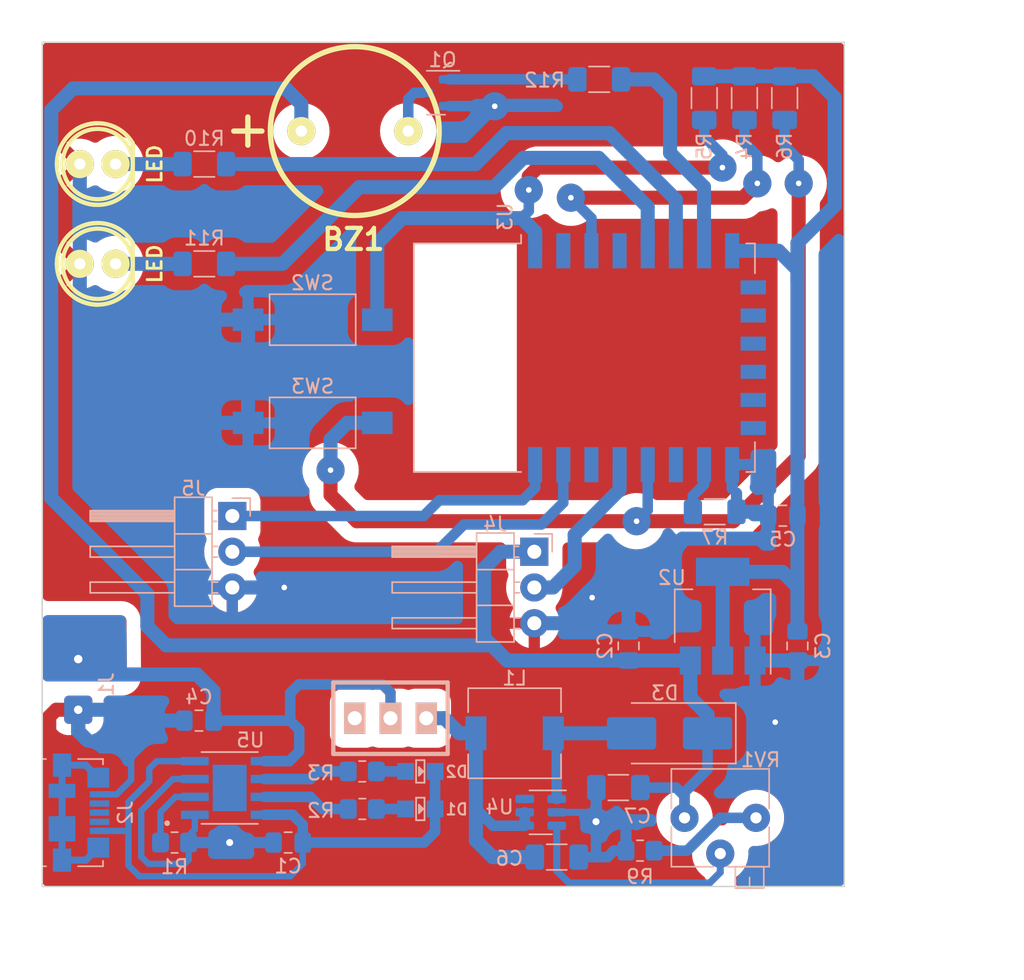
<source format=kicad_pcb>
(kicad_pcb (version 20221018) (generator pcbnew)
  (layers (0 "F.Cu" signal) (31 "B.Cu" signal) (34 "B.Paste" user) (35 "F.Paste" user) (36 "B.SilkS" user "B.Silkscreen") (37 "F.SilkS" user "F.Silkscreen") (38 "B.Mask" user) (39 "F.Mask" user) (44 "Edge.Cuts" user))
  (net 0 "")
  (net 1 "+5V")
  (net 2 "Net-(BZ1-+)")
  (net 3 "GND")
  (net 4 "Net-(D1-A)")
  (net 5 "+3.3V")
  (net 6 "/VB")
  (net 7 "Net-(D1-K)")
  (net 8 "Net-(D2-K)")
  (net 9 "Net-(D3-A2)")
  (net 10 "Net-(SW1-A)")
  (net 11 "Net-(D4-A)")
  (net 12 "Net-(D5-A)")
  (net 13 "/LED_STATUS")
  (net 17 "unconnected-(J2-Shield-Pad6)")
  (net 18 "/Rx")
  (net 19 "/Tx")
  (net 20 "Net-(Q1-G)")
  (net 21 "Net-(U5-PROG)")
  (net 22 "Net-(U5-~{CHRG})")
  (net 23 "Net-(U5-~{STDBY})")
  (net 24 "Net-(U3-EN)")
  (net 25 "Net-(U3-~{RST})")
  (net 26 "Net-(U3-GPIO0)")
  (net 27 "Net-(U3-GPIO15)")
  (net 28 "/BUZZER")
  (net 29 "Net-(R9-Pad1)")
  (net 30 "Net-(U4-FB)")
  (net 40 "/PIR")
  (net 43 "/LED_WIFI")
  (net 44 "/EP")
  (footprint "EESTN5-v2:led_5mm_green" (layer "F.Cu") (at 124.26131 86.18 90)
    (fp_text reference "D5" hide)
    (fp_text value "LED" (at 0 4.05869 90) (layer "F.SilkS") (effects (font (thickness 0.2))))
    (pad "1" thru_hole circle (at 0 -1.27 90) (size 2 2) (drill 0.8001) (layers "*.Cu" "*.Mask" "F.SilkS") (net 3 "GND"))
    (pad "2" thru_hole circle (at 0 1.27 90) (size 2 2) (drill 0.8001) (layers "*.Cu" "*.Mask" "F.SilkS") (net 12 "Net-(D5-A)"))
  )
  (footprint "EESTN5-v2:Buzzer_12mm" (layer "F.Cu") (at 142.5325 76.745 180)
    (fp_text reference "BZ1" (at 0.1 -7.7) (layer "F.SilkS") (effects (font (size 1.5 1.5) (thickness 0.3))))
    (fp_text value "Buzzer" hide)
    (pad "1" thru_hole circle (at 3.8 0 180) (size 2 2) (drill 0.8) (layers "*.Cu" "*.Mask" "F.SilkS") (net 1 "+5V"))
    (pad "2" thru_hole circle (at -3.8 0 180) (size 2 2) (drill 0.8) (layers "*.Cu" "*.Mask" "F.SilkS") (net 2 "Net-(BZ1-+)"))
  )
  (footprint "EESTN5-v2:led_5mm_red" (layer "F.Cu") (at 124.26131 79.09 90)
    (fp_text reference "D4" hide)
    (fp_text value "LED" (at 0 4.05869 90) (layer "F.SilkS") (effects (font (thickness 0.2))))
    (pad "1" thru_hole circle (at 0 -1.27 90) (size 2 2) (drill 0.8001) (layers "*.Cu" "*.Mask" "F.SilkS") (net 3 "GND"))
    (pad "2" thru_hole circle (at 0 1.27 90) (size 2 2) (drill 0.8001) (layers "*.Cu" "*.Mask" "F.SilkS") (net 11 "Net-(D4-A)"))
  )
  (footprint "Resistor_SMD:R_0805_2012Metric_Pad1.20x1.40mm_HandSolder" (layer "B.Cu") (at 143.069471 124.92)
    (fp_text reference "R2" (at -2.949471 0.11) (layer "B.SilkS") (effects (justify mirror)))
    (fp_text value "1K")
    (pad "1" smd roundrect (at -1 0) (size 1.2 1.4) (layers "B.Cu" "B.Paste" "B.Mask") (roundrect_rratio 0.2083333333) (net 22 "Net-(U5-~{CHRG})"))
    (pad "2" smd roundrect (at 1 0) (size 1.2 1.4) (layers "B.Cu" "B.Paste" "B.Mask") (roundrect_rratio 0.2083333333) (net 7 "Net-(D1-K)"))
  )
  (footprint "Diode_SMD:D_SMB_Handsoldering" (layer "B.Cu") (at 164.9025 119.54 180)
    (fp_text reference "D3" (at 0.3325 2.86) (layer "B.SilkS") (effects (justify mirror)))
    (fp_text value "SS34")
    (pad "1" smd roundrect (at -2.7 0 180) (size 3.5 2.3) (layers "B.Cu" "B.Paste" "B.Mask") (roundrect_rratio 0.1086956522) (net 1 "+5V"))
    (pad "2" smd roundrect (at 2.7 0 180) (size 3.5 2.3) (layers "B.Cu" "B.Paste" "B.Mask") (roundrect_rratio 0.1086956522) (net 9 "Net-(D3-A2)"))
  )
  (footprint "Package_TO_SOT_SMD:SOT-23" (layer "B.Cu") (at 148.3 74.02 180)
    (fp_text reference "Q1" (at -0.47 2.34) (layer "B.SilkS") (effects (justify mirror)))
    (fp_text value "2N7002")
    (pad "1" smd roundrect (at -0.9375 0.95 180) (size 1.475 0.6) (layers "B.Cu" "B.Paste" "B.Mask") (net 20 "Net-(Q1-G)"))
    (pad "2" smd roundrect (at -0.9375 -0.95 180) (size 1.475 0.6) (layers "B.Cu" "B.Paste" "B.Mask") (net 3 "GND"))
    (pad "3" smd roundrect (at 0.9375 0 180) (size 1.475 0.6) (layers "B.Cu" "B.Paste" "B.Mask") (net 2 "Net-(BZ1-+)"))
  )
  (footprint "Button_Switch_SMD:SW_SPST_FSMSM" (layer "B.Cu") (at 139.54 97.48 180)
    (fp_text reference "SW3" (at 0 2.6) (layer "B.SilkS") (effects (justify mirror)))
    (fp_text value "SW_Push")
    (pad "1" smd rect (at -4.59 0 180) (size 2.18 1.6) (layers "B.Cu" "B.Paste" "B.Mask") (net 26 "Net-(U3-GPIO0)"))
    (pad "2" smd rect (at 4.59 0 180) (size 2.18 1.6) (layers "B.Cu" "B.Paste" "B.Mask") (net 3 "GND"))
  )
  (footprint "Capacitor_SMD:C_0805_2012Metric_Pad1.18x1.45mm_HandSolder" (layer "B.Cu") (at 137.796971 127.306568)
    (fp_text reference "C1" (at 0 1.68) (layer "B.SilkS") (effects (justify mirror)))
    (fp_text value "10uF")
    (pad "1" smd roundrect (at -1.0375 0) (size 1.175 1.45) (layers "B.Cu" "B.Paste" "B.Mask") (roundrect_rratio 0.2127659574) (net 3 "GND"))
    (pad "2" smd roundrect (at 1.0375 0) (size 1.175 1.45) (layers "B.Cu" "B.Paste" "B.Mask") (roundrect_rratio 0.2127659574) (net 4 "Net-(D1-A)"))
  )
  (footprint "Resistor_SMD:R_1206_3216Metric_Pad1.30x1.75mm_HandSolder" (layer "B.Cu") (at 167.37 74.4 -90)
    (fp_text reference "R5" (at 3.43 0.005 90) (layer "B.SilkS") (effects (justify mirror)))
    (fp_text value "10K")
    (pad "1" smd roundrect (at -1.55 0 270) (size 1.3 1.75) (layers "B.Cu" "B.Paste" "B.Mask") (roundrect_rratio 0.1923076923) (net 5 "+3.3V"))
    (pad "2" smd roundrect (at 1.55 0 270) (size 1.3 1.75) (layers "B.Cu" "B.Paste" "B.Mask") (roundrect_rratio 0.1923076923) (net 25 "Net-(U3-~{RST})"))
  )
  (footprint "Resistor_SMD:R_1206_3216Metric_Pad1.30x1.75mm_HandSolder" (layer "B.Cu") (at 168.11 103.8)
    (fp_text reference "R7" (at 0 1.82) (layer "B.SilkS") (effects (justify mirror)))
    (fp_text value "10K")
    (pad "1" smd roundrect (at -1.55 0) (size 1.3 1.75) (layers "B.Cu" "B.Paste" "B.Mask") (roundrect_rratio 0.1923076923) (net 27 "Net-(U3-GPIO15)"))
    (pad "2" smd roundrect (at 1.55 0) (size 1.3 1.75) (layers "B.Cu" "B.Paste" "B.Mask") (roundrect_rratio 0.1923076923) (net 3 "GND"))
  )
  (footprint "Resistor_SMD:R_0805_2012Metric_Pad1.20x1.40mm_HandSolder" (layer "B.Cu") (at 143.064471 122.251568)
    (fp_text reference "R3" (at -2.949471 0.11) (layer "B.SilkS") (effects (justify mirror)))
    (fp_text value "1K")
    (pad "1" smd roundrect (at -1 0) (size 1.2 1.4) (layers "B.Cu" "B.Paste" "B.Mask") (roundrect_rratio 0.2083333333) (net 23 "Net-(U5-~{STDBY})"))
    (pad "2" smd roundrect (at 1 0) (size 1.2 1.4) (layers "B.Cu" "B.Paste" "B.Mask") (roundrect_rratio 0.2083333333) (net 8 "Net-(D2-K)"))
  )
  (footprint "Package_TO_SOT_SMD:SOT-23-6" (layer "B.Cu") (at 155.7475 125.16 180)
    (fp_text reference "U4" (at 2.9275 0.38) (layer "B.SilkS") (effects (justify mirror)))
    (fp_text value "MT3608")
    (pad "1" smd roundrect (at -1.1375 0.95 180) (size 1.325 0.6) (layers "B.Cu" "B.Paste" "B.Mask") (net 9 "Net-(D3-A2)"))
    (pad "2" smd roundrect (at -1.1375 0 180) (size 1.325 0.6) (layers "B.Cu" "B.Paste" "B.Mask") (net 3 "GND"))
    (pad "3" smd roundrect (at -1.1375 -0.95 180) (size 1.325 0.6) (layers "B.Cu" "B.Paste" "B.Mask") (net 30 "Net-(U4-FB)"))
    (pad "4" smd roundrect (at 1.1375 -0.95 180) (size 1.325 0.6) (layers "B.Cu" "B.Paste" "B.Mask") (net 10 "Net-(SW1-A)"))
    (pad "5" smd roundrect (at 1.1375 0 180) (size 1.325 0.6) (layers "B.Cu" "B.Paste" "B.Mask") (net 10 "Net-(SW1-A)"))
    (pad "6" smd roundrect (at 1.1375 0.95 180) (size 1.325 0.6) (layers "B.Cu" "B.Paste" "B.Mask"))
  )
  (footprint "Capacitor_SMD:C_0805_2012Metric_Pad1.18x1.45mm_HandSolder" (layer "B.Cu") (at 173.99 113.3325 -90)
    (fp_text reference "C3" (at -0.0125 -1.81 90) (layer "B.SilkS") (effects (justify mirror)))
    (fp_text value "1uF")
    (pad "1" smd roundrect (at -1.0375 0 270) (size 1.175 1.45) (layers "B.Cu" "B.Paste" "B.Mask") (roundrect_rratio 0.2127659574) (net 5 "+3.3V"))
    (pad "2" smd roundrect (at 1.0375 0 270) (size 1.175 1.45) (layers "B.Cu" "B.Paste" "B.Mask") (roundrect_rratio 0.2127659574) (net 3 "GND"))
  )
  (footprint "RF_Module:ESP-12E" (layer "B.Cu") (at 158.85 92.85 -90)
    (fp_text reference "U3" (at -10.02 5.63 90) (layer "B.SilkS") (effects (justify mirror)))
    (fp_text value "ESP-12F")
    (pad "1" smd rect (at -7.6 3.5 270) (size 2.5 1) (layers "B.Cu" "B.Paste" "B.Mask") (net 25 "Net-(U3-~{RST})"))
    (pad "2" smd rect (at -7.6 1.5 270) (size 2.5 1) (layers "B.Cu" "B.Paste" "B.Mask"))
    (pad "3" smd rect (at -7.6 -0.5 270) (size 2.5 1) (layers "B.Cu" "B.Paste" "B.Mask") (net 24 "Net-(U3-EN)"))
    (pad "4" smd rect (at -7.6 -2.5 270) (size 2.5 1) (layers "B.Cu" "B.Paste" "B.Mask"))
    (pad "5" smd rect (at -7.6 -4.5 270) (size 2.5 1) (layers "B.Cu" "B.Paste" "B.Mask") (net 43 "/LED_WIFI"))
    (pad "6" smd rect (at -7.6 -6.5 270) (size 2.5 1) (layers "B.Cu" "B.Paste" "B.Mask") (net 13 "/LED_STATUS"))
    (pad "7" smd rect (at -7.6 -8.5 270) (size 2.5 1) (layers "B.Cu" "B.Paste" "B.Mask") (net 28 "/BUZZER"))
    (pad "8" smd rect (at -7.6 -10.5 270) (size 2.5 1) (layers "B.Cu" "B.Paste" "B.Mask") (net 5 "+3.3V"))
    (pad "9" smd rect (at -5 -12 270) (size 1 1.8) (layers "B.Cu" "B.Paste" "B.Mask"))
    (pad "10" smd rect (at -3 -12 270) (size 1 1.8) (layers "B.Cu" "B.Paste" "B.Mask"))
    (pad "11" smd rect (at -1 -12 270) (size 1 1.8) (layers "B.Cu" "B.Paste" "B.Mask"))
    (pad "12" smd rect (at 1 -12 270) (size 1 1.8) (layers "B.Cu" "B.Paste" "B.Mask"))
    (pad "13" smd rect (at 3 -12 270) (size 1 1.8) (layers "B.Cu" "B.Paste" "B.Mask"))
    (pad "14" smd rect (at 5 -12 270) (size 1 1.8) (layers "B.Cu" "B.Paste" "B.Mask"))
    (pad "15" smd rect (at 7.6 -10.5 270) (size 2.5 1) (layers "B.Cu" "B.Paste" "B.Mask") (net 3 "GND"))
    (pad "16" smd rect (at 7.6 -8.5 270) (size 2.5 1) (layers "B.Cu" "B.Paste" "B.Mask") (net 27 "Net-(U3-GPIO15)"))
    (pad "17" smd rect (at 7.6 -6.5 270) (size 2.5 1) (layers "B.Cu" "B.Paste" "B.Mask"))
    (pad "18" smd rect (at 7.6 -4.5 270) (size 2.5 1) (layers "B.Cu" "B.Paste" "B.Mask") (net 26 "Net-(U3-GPIO0)"))
    (pad "19" smd rect (at 7.6 -2.5 270) (size 2.5 1) (layers "B.Cu" "B.Paste" "B.Mask") (net 40 "/PIR"))
    (pad "20" smd rect (at 7.6 -0.5 270) (size 2.5 1) (layers "B.Cu" "B.Paste" "B.Mask"))
    (pad "21" smd rect (at 7.6 1.5 270) (size 2.5 1) (layers "B.Cu" "B.Paste" "B.Mask") (net 18 "/Rx"))
    (pad "22" smd rect (at 7.6 3.5 270) (size 2.5 1) (layers "B.Cu" "B.Paste" "B.Mask") (net 19 "/Tx"))
    (zone (net 0) (net_name "") (layers "*.Cu") (connect_pads (clearance 0)) (min_thickness 0.254)
      (keepout (tracks not_allowed) (vias not_allowed) (pads not_allowed) (copperpour not_allowed) (footprints not_allowed))
      (fill (thermal_gap 0.508) (thermal_bridge_width 0.508))
      (polygon (pts (xy 154.05 84.73) (xy 154.05 100.97) (xy 146.73 100.97) (xy 146.73 84.73)))
    )
  )
  (footprint "Resistor_SMD:R_0805_2012Metric_Pad1.20x1.40mm_HandSolder" (layer "B.Cu") (at 162.805 127.8825 180)
    (fp_text reference "R9" (at 0 -1.8475) (layer "B.SilkS") (effects (justify mirror)))
    (fp_text value "2,2K")
    (pad "1" smd roundrect (at -1 0 180) (size 1.2 1.4) (layers "B.Cu" "B.Paste" "B.Mask") (roundrect_rratio 0.2083333333) (net 29 "Net-(R9-Pad1)"))
    (pad "2" smd roundrect (at 1 0 180) (size 1.2 1.4) (layers "B.Cu" "B.Paste" "B.Mask") (roundrect_rratio 0.2083333333) (net 3 "GND"))
  )
  (footprint "Resistor_SMD:R_1206_3216Metric_Pad1.30x1.75mm_HandSolder" (layer "B.Cu") (at 170.225 74.4 -90)
    (fp_text reference "R4" (at 3.43 0.005 90) (layer "B.SilkS") (effects (justify mirror)))
    (fp_text value "10K")
    (pad "1" smd roundrect (at -1.55 0 270) (size 1.3 1.75) (layers "B.Cu" "B.Paste" "B.Mask") (roundrect_rratio 0.1923076923) (net 5 "+3.3V"))
    (pad "2" smd roundrect (at 1.55 0 270) (size 1.3 1.75) (layers "B.Cu" "B.Paste" "B.Mask") (roundrect_rratio 0.1923076923) (net 24 "Net-(U3-EN)"))
  )
  (footprint "Resistor_SMD:R_0805_2012Metric_Pad1.20x1.40mm_HandSolder" (layer "B.Cu") (at 129.724697 127.306568 180)
    (fp_text reference "R1" (at 0 -1.723432) (layer "B.SilkS") (effects (justify mirror)))
    (fp_text value "1K2")
    (pad "1" smd roundrect (at -1 0 180) (size 1.2 1.4) (layers "B.Cu" "B.Paste" "B.Mask") (roundrect_rratio 0.2083333333) (net 3 "GND"))
    (pad "2" smd roundrect (at 1 0 180) (size 1.2 1.4) (layers "B.Cu" "B.Paste" "B.Mask") (roundrect_rratio 0.2083333333) (net 21 "Net-(U5-PROG)"))
  )
  (footprint "Potentiometer_THT:Potentiometer_Bourns_3266P_Horizontal" (layer "B.Cu") (at 171.045 125.55 90)
    (fp_text reference "RV1" (at 4.12 0.325 180) (layer "B.SilkS") (effects (justify mirror)))
    (fp_text value "100K")
    (pad "1" thru_hole circle (at 0 0 90) (size 2 2) (drill 0.8) (layers "*.Cu" "*.Mask") (net 29 "Net-(R9-Pad1)"))
    (pad "2" thru_hole circle (at -2.54 -2.54 90) (size 2 2) (drill 0.8) (layers "*.Cu" "*.Mask") (net 30 "Net-(U4-FB)"))
    (pad "3" thru_hole circle (at 0 -5.08 90) (size 2 2) (drill 0.8) (layers "*.Cu" "*.Mask") (net 1 "+5V"))
  )
  (footprint "Button_Switch_SMD:SW_SPST_FSMSM" (layer "B.Cu") (at 139.54 90.15)
    (fp_text reference "SW2" (at -0.02 -2.62) (layer "B.SilkS") (effects (justify mirror)))
    (fp_text value "SW_Push")
    (pad "1" smd rect (at -4.59 0) (size 2.18 1.6) (layers "B.Cu" "B.Paste" "B.Mask") (net 3 "GND"))
    (pad "2" smd rect (at 4.59 0) (size 2.18 1.6) (layers "B.Cu" "B.Paste" "B.Mask") (net 25 "Net-(U3-~{RST})"))
  )
  (footprint "Resistor_SMD:R_1206_3216Metric_Pad1.30x1.75mm_HandSolder" (layer "B.Cu") (at 131.84 86.18 180)
    (fp_text reference "R11" (at 0 1.82) (layer "B.SilkS") (effects (justify mirror)))
    (fp_text value "220")
    (pad "1" smd roundrect (at -1.55 0 180) (size 1.3 1.75) (layers "B.Cu" "B.Paste" "B.Mask") (roundrect_rratio 0.1923076923) (net 43 "/LED_WIFI"))
    (pad "2" smd roundrect (at 1.55 0 180) (size 1.3 1.75) (layers "B.Cu" "B.Paste" "B.Mask") (roundrect_rratio 0.1923076923) (net 12 "Net-(D5-A)"))
  )
  (footprint "EESTN5-v2:SW_SPDT_TH_100Mils_VERTICAL" (layer "B.Cu") (at 145.07 118.47 180)
    (fp_text reference "SW1" hide)
    (fp_text value "SW_SPDT" hide)
    (pad "1" thru_hole rect (at -2.54 0 180) (size 1.524 2.19964) (drill 1.00076) (layers "*.Cu" "*.Mask" "B.SilkS") (net 10 "Net-(SW1-A)"))
    (pad "2" thru_hole rect (at 0 0 180) (size 1.524 2.19964) (drill 1.00076) (layers "*.Cu" "*.Mask" "B.SilkS") (net 6 "/VB"))
    (pad "3" thru_hole rect (at 2.54 0 180) (size 1.524 2.19964) (drill 1.00076) (layers "*.Cu" "*.Mask" "B.SilkS"))
  )
  (footprint "Capacitor_SMD:C_1206_3216Metric_Pad1.33x1.80mm_HandSolder" (layer "B.Cu") (at 156.885 128.34)
    (fp_text reference "C6" (at -3.365 0.09) (layer "B.SilkS") (effects (justify mirror)))
    (fp_text value "22uF")
    (pad "1" smd roundrect (at -1.5625 0) (size 1.325 1.8) (layers "B.Cu" "B.Paste" "B.Mask") (roundrect_rratio 0.1886792453) (net 10 "Net-(SW1-A)"))
    (pad "2" smd roundrect (at 1.5625 0) (size 1.325 1.8) (layers "B.Cu" "B.Paste" "B.Mask") (roundrect_rratio 0.1886792453) (net 3 "GND"))
  )
  (footprint "Resistor_SMD:R_1206_3216Metric_Pad1.30x1.75mm_HandSolder" (layer "B.Cu") (at 131.84 79.09 180)
    (fp_text reference "R10" (at 0 1.82) (layer "B.SilkS") (effects (justify mirror)))
    (fp_text value "220")
    (pad "1" smd roundrect (at -1.55 0 180) (size 1.3 1.75) (layers "B.Cu" "B.Paste" "B.Mask") (roundrect_rratio 0.1923076923) (net 13 "/LED_STATUS"))
    (pad "2" smd roundrect (at 1.55 0 180) (size 1.3 1.75) (layers "B.Cu" "B.Paste" "B.Mask") (roundrect_rratio 0.1923076923) (net 11 "Net-(D4-A)"))
  )
  (footprint "Connector_USB:USB_Micro-B_Molex_47346-0001" (layer "B.Cu") (at 122.929471 125.181568 90)
    (fp_text reference "J2" (at 0 3.3 90) (layer "B.SilkS") (effects (justify mirror)))
    (fp_text value "USB_B_Micro")
    (pad "1" smd rect (at -1.3 1.46 90) (size 0.45 1.38) (layers "B.Cu" "B.Paste" "B.Mask") (net 4 "Net-(D1-A)"))
    (pad "2" smd rect (at -0.65 1.46 90) (size 0.45 1.38) (layers "B.Cu" "B.Paste" "B.Mask"))
    (pad "3" smd rect (at 0 1.46 90) (size 0.45 1.38) (layers "B.Cu" "B.Paste" "B.Mask"))
    (pad "4" smd rect (at 0.65 1.46 90) (size 0.45 1.38) (layers "B.Cu" "B.Paste" "B.Mask"))
    (pad "5" smd rect (at 1.3 1.46 90) (size 0.45 1.38) (layers "B.Cu" "B.Paste" "B.Mask") (net 3 "GND"))
    (pad "6" smd rect (at -3.375 -1.2 90) (size 1.65 1.3) (layers "B.Cu" "B.Paste" "B.Mask") (net 17 "unconnected-(J2-Shield-Pad6)"))
    (pad "6" smd rect (at -2.4875 1.375 90) (size 1.425 1.55) (layers "B.Cu" "B.Paste" "B.Mask") (net 17 "unconnected-(J2-Shield-Pad6)"))
    (pad "6" smd rect (at -1.15 -1.2 90) (size 1.8 1.9) (layers "B.Cu" "B.Paste" "B.Mask") (net 17 "unconnected-(J2-Shield-Pad6)"))
    (pad "6" smd rect (at 1.55 -1.2 90) (size 1 1.9) (layers "B.Cu" "B.Paste" "B.Mask") (net 17 "unconnected-(J2-Shield-Pad6)"))
    (pad "6" smd rect (at 2.4875 1.375 90) (size 1.425 1.55) (layers "B.Cu" "B.Paste" "B.Mask") (net 17 "unconnected-(J2-Shield-Pad6)"))
    (pad "6" smd rect (at 3.375 -1.2 90) (size 1.65 1.3) (layers "B.Cu" "B.Paste" "B.Mask") (net 17 "unconnected-(J2-Shield-Pad6)"))
  )
  (footprint "Capacitor_SMD:C_0805_2012Metric_Pad1.18x1.45mm_HandSolder" (layer "B.Cu") (at 161.99 113.3325 90)
    (fp_text reference "C2" (at 0 -1.67 90) (layer "B.SilkS") (effects (justify mirror)))
    (fp_text value "1uF")
    (pad "1" smd roundrect (at -1.0375 0 90) (size 1.175 1.45) (layers "B.Cu" "B.Paste" "B.Mask") (roundrect_rratio 0.2127659574) (net 1 "+5V"))
    (pad "2" smd roundrect (at 1.0375 0 90) (size 1.175 1.45) (layers "B.Cu" "B.Paste" "B.Mask") (roundrect_rratio 0.2127659574) (net 3 "GND"))
  )
  (footprint "Resistor_SMD:R_1206_3216Metric_Pad1.30x1.75mm_HandSolder" (layer "B.Cu") (at 173.08 74.4 -90)
    (fp_text reference "R6" (at 3.43 0.005 90) (layer "B.SilkS") (effects (justify mirror)))
    (fp_text value "10K")
    (pad "1" smd roundrect (at -1.55 0 270) (size 1.3 1.75) (layers "B.Cu" "B.Paste" "B.Mask") (roundrect_rratio 0.1923076923) (net 5 "+3.3V"))
    (pad "2" smd roundrect (at 1.55 0 270) (size 1.3 1.75) (layers "B.Cu" "B.Paste" "B.Mask") (roundrect_rratio 0.1923076923) (net 26 "Net-(U3-GPIO0)"))
  )
  (footprint "Resistor_SMD:R_1206_3216Metric_Pad1.30x1.75mm_HandSolder" (layer "B.Cu") (at 159.9 73.07 180)
    (fp_text reference "R12" (at 3.88 -0.06) (layer "B.SilkS") (effects (justify mirror)))
    (fp_text value "10K")
    (pad "1" smd roundrect (at -1.55 0 180) (size 1.3 1.75) (layers "B.Cu" "B.Paste" "B.Mask") (roundrect_rratio 0.1923076923) (net 28 "/BUZZER"))
    (pad "2" smd roundrect (at 1.55 0 180) (size 1.3 1.75) (layers "B.Cu" "B.Paste" "B.Mask") (roundrect_rratio 0.1923076923) (net 20 "Net-(Q1-G)"))
  )
  (footprint "TP4056:SOP127P600X175-9N" (layer "B.Cu") (at 133.642096 123.426568)
    (fp_text reference "U5" (at 1.477904 -3.396568 180) (layer "B.SilkS") (effects (justify mirror)))
    (fp_text value "TP4056")
    (pad "1" smd roundrect (at -2.475 1.905) (size 1.97 0.6) (layers "B.Cu" "B.Paste" "B.Mask") (roundrect_rratio 0.07) (net 3 "GND"))
    (pad "2" smd roundrect (at -2.475 0.635) (size 1.97 0.6) (layers "B.Cu" "B.Paste" "B.Mask") (roundrect_rratio 0.07) (net 21 "Net-(U5-PROG)"))
    (pad "3" smd roundrect (at -2.475 -0.635) (size 1.97 0.6) (layers "B.Cu" "B.Paste" "B.Mask") (roundrect_rratio 0.07) (net 3 "GND"))
    (pad "4" smd roundrect (at -2.475 -1.905) (size 1.97 0.6) (layers "B.Cu" "B.Paste" "B.Mask") (roundrect_rratio 0.07) (net 4 "Net-(D1-A)"))
    (pad "5" smd roundrect (at 2.475 -1.905) (size 1.97 0.6) (layers "B.Cu" "B.Paste" "B.Mask") (roundrect_rratio 0.07) (net 6 "/VB"))
    (pad "6" smd roundrect (at 2.475 -0.635) (size 1.97 0.6) (layers "B.Cu" "B.Paste" "B.Mask") (roundrect_rratio 0.07) (net 23 "Net-(U5-~{STDBY})"))
    (pad "7" smd roundrect (at 2.475 0.635) (size 1.97 0.6) (layers "B.Cu" "B.Paste" "B.Mask") (roundrect_rratio 0.07) (net 22 "Net-(U5-~{CHRG})"))
    (pad "8" smd roundrect (at 2.475 1.905) (size 1.97 0.6) (layers "B.Cu" "B.Paste" "B.Mask") (roundrect_rratio 0.07) (net 4 "Net-(D1-A)"))
    (pad "9" smd rect (at 0 0) (size 2.413 3.302) (layers "B.Cu" "B.Mask") (net 44 "/EP"))
  )
  (footprint "EESTN5-v2:Led_0805" (layer "B.Cu") (at 147.189471 124.92)
    (fp_text reference "D1" (at 2.580529 0.028432) (layer "B.SilkS") (effects (font (size 0.8001 0.8001) (thickness 0.14986)) (justify mirror)))
    (fp_text value "LED" hide)
    (pad "1" smd rect (at -1.04902 0) (size 1.19888 1.19888) (layers "B.Cu" "B.Paste" "B.Mask") (net 7 "Net-(D1-K)"))
    (pad "2" smd rect (at 1.04902 0) (size 1.19888 1.19888) (layers "B.Cu" "B.Paste" "B.Mask") (net 4 "Net-(D1-A)"))
  )
  (footprint "Capacitor_SMD:C_0805_2012Metric_Pad1.18x1.45mm_HandSolder" (layer "B.Cu") (at 172.9525 104.08)
    (fp_text reference "C5" (at 0 1.68) (layer "B.SilkS") (effects (justify mirror)))
    (fp_text value "10uF")
    (pad "1" smd roundrect (at -1.0375 0) (size 1.175 1.45) (layers "B.Cu" "B.Paste" "B.Mask") (roundrect_rratio 0.2127659574) (net 3 "GND"))
    (pad "2" smd roundrect (at 1.0375 0) (size 1.175 1.45) (layers "B.Cu" "B.Paste" "B.Mask") (roundrect_rratio 0.2127659574) (net 5 "+3.3V"))
  )
  (footprint "Connector_PinHeader_2.54mm:PinHeader_1x03_P2.54mm_Horizontal" (layer "B.Cu") (at 155.29 106.64 180)
    (fp_text reference "J4" (at 2.77 1.96 -360) (layer "B.SilkS") (effects (justify mirror)))
    (fp_text value "Sensor")
    (pad "1" thru_hole rect (at 0 0 180) (size 2 2) (drill 1) (layers "*.Cu" "*.Mask") (net 1 "+5V"))
    (pad "2" thru_hole oval (at 0 -2.54 180) (size 2 2) (drill 1) (layers "*.Cu" "*.Mask") (net 40 "/PIR"))
    (pad "3" thru_hole oval (at 0 -5.08 180) (size 2 2) (drill 1) (layers "*.Cu" "*.Mask") (net 3 "GND"))
  )
  (footprint "Connector_Wire:SolderWire-0.1sqmm_1x02_P3.6mm_D0.4mm_OD1mm" (layer "B.Cu") (at 122.88 117.87 90)
    (fp_text reference "J1" (at 1.8 2 90) (layer "B.SilkS") (effects (justify mirror)))
    (fp_text value "Input_BAT")
    (pad "1" thru_hole roundrect (at 0 0 90) (size 2 2) (drill 0.6) (layers "*.Cu" "*.Mask") (roundrect_rratio 0.15625) (net 3 "GND"))
    (pad "2" thru_hole circle (at 3.6 0 90) (size 2 2) (drill 0.6) (layers "*.Cu" "*.Mask") (net 6 "/VB"))
  )
  (footprint "Inductor_SMD:L_6.3x6.3_H3" (layer "B.Cu") (at 153.89 119.54)
    (fp_text reference "L1" (at 0 -3.91) (layer "B.SilkS") (effects (justify mirror)))
    (fp_text value "22uH")
    (pad "1" smd rect (at -2.75 0) (size 1.5 2.4) (layers "B.Cu" "B.Paste" "B.Mask") (net 10 "Net-(SW1-A)"))
    (pad "2" smd rect (at 2.75 0) (size 1.5 2.4) (layers "B.Cu" "B.Paste" "B.Mask") (net 9 "Net-(D3-A2)"))
  )
  (footprint "Capacitor_SMD:C_0805_2012Metric_Pad1.18x1.45mm_HandSolder" (layer "B.Cu") (at 131.459471 118.641568 180)
    (fp_text reference "C4" (at 0 1.68) (layer "B.SilkS") (effects (justify mirror)))
    (fp_text value "10uF")
    (pad "1" smd roundrect (at -1.0375 0 180) (size 1.175 1.45) (layers "B.Cu" "B.Paste" "B.Mask") (roundrect_rratio 0.2127659574) (net 6 "/VB"))
    (pad "2" smd roundrect (at 1.0375 0 180) (size 1.175 1.45) (layers "B.Cu" "B.Paste" "B.Mask") (roundrect_rratio 0.2127659574) (net 3 "GND"))
  )
  (footprint "Package_TO_SOT_SMD:SOT-223-3_TabPin2" (layer "B.Cu") (at 168.68 111.22 90)
    (fp_text reference "U2" (at 2.74 -3.61 180) (layer "B.SilkS") (effects (justify mirror)))
    (fp_text value "AMS1117-3.3")
    (pad "1" smd rect (at -3.15 2.3 90) (size 2 1.5) (layers "B.Cu" "B.Paste" "B.Mask") (net 3 "GND"))
    (pad "2" smd rect (at -3.15 0 90) (size 2 1.5) (layers "B.Cu" "B.Paste" "B.Mask") (net 5 "+3.3V"))
    (pad "2" smd rect (at 3.15 0 90) (size 2 3.8) (layers "B.Cu" "B.Paste" "B.Mask") (net 5 "+3.3V"))
    (pad "3" smd rect (at -3.15 -2.3 90) (size 2 1.5) (layers "B.Cu" "B.Paste" "B.Mask") (net 1 "+5V"))
  )
  (footprint "Capacitor_SMD:C_1206_3216Metric_Pad1.33x1.80mm_HandSolder" (layer "B.Cu") (at 161.26 123.4 180)
    (fp_text reference "C7" (at -1.36 -2.03) (layer "B.SilkS") (effects (justify mirror)))
    (fp_text value "22uF")
    (pad "1" smd roundrect (at -1.5625 0 180) (size 1.325 1.8) (layers "B.Cu" "B.Paste" "B.Mask") (roundrect_rratio 0.1886792453) (net 1 "+5V"))
    (pad "2" smd roundrect (at 1.5625 0 180) (size 1.325 1.8) (layers "B.Cu" "B.Paste" "B.Mask") (roundrect_rratio 0.1886792453) (net 3 "GND"))
  )
  (footprint "Connector_PinHeader_2.54mm:PinHeader_1x03_P2.54mm_Horizontal" (layer "B.Cu") (at 133.83 104.1 180)
    (fp_text reference "J5" (at 2.77 1.96) (layer "B.SilkS") (effects (justify mirror)))
    (fp_text value "FTDI")
    (pad "1" thru_hole rect (at 0 0 180) (size 2 2) (drill 1) (layers "*.Cu" "*.Mask") (net 19 "/Tx"))
    (pad "2" thru_hole oval (at 0 -2.54 180) (size 2 2) (drill 1) (layers "*.Cu" "*.Mask") (net 18 "/Rx"))
    (pad "3" thru_hole oval (at 0 -5.08 180) (size 2 2) (drill 1) (layers "*.Cu" "*.Mask") (net 3 "GND"))
  )
  (footprint "EESTN5-v2:Led_0805" (layer "B.Cu") (at 147.189471 122.251568)
    (fp_text reference "D2" (at 2.580529 0.028432) (layer "B.SilkS") (effects (font (size 0.8001 0.8001) (thickness 0.14986)) (justify mirror)))
    (fp_text value "LED" hide)
    (pad "1" smd rect (at -1.04902 0) (size 1.19888 1.19888) (layers "B.Cu" "B.Paste" "B.Mask") (net 8 "Net-(D2-K)"))
    (pad "2" smd rect (at 1.04902 0) (size 1.19888 1.19888) (layers "B.Cu" "B.Paste" "B.Mask") (net 4 "Net-(D1-A)"))
  )
  (gr_rect (start 120.32 70.43) (end 177.32 130.43) (stroke (width 0.1)) (fill none) (layer "Edge.Cuts"))
  (segment (start 151.72 107.83) (end 152.91 106.64) (width 1) (layer "B.Cu") (net 1))
  (segment (start 129.13 113.29) (end 152.27 113.29) (width 1) (layer "B.Cu") (net 1))
  (segment (start 152.91 106.64) (end 155.29 106.64) (width 1) (layer "B.Cu") (net 1))
  (segment (start 122.51 73.71) (end 120.96 75.26) (width 1) (layer "B.Cu") (net 1))
  (segment (start 166.38 114.37) (end 166.38 117) (width 1) (layer "B.Cu") (net 1))
  (segment (start 161.99 114.37) (end 166.38 114.37) (width 1) (layer "B.Cu") (net 1))
  (segment (start 151.72 112.74) (end 151.72 107.83) (width 1) (layer "B.Cu") (net 1))
  (segment (start 167.6025 118.2225) (end 167.6025 119.54) (width 1) (layer "B.Cu") (net 1))
  (segment (start 161.99 114.37) (end 153.35 114.37) (width 1) (layer "B.Cu") (net 1))
  (segment (start 165.965 125.55) (end 165.965 123.995) (width 0.75) (layer "B.Cu") (net 1))
  (segment (start 120.96 75.26) (end 120.96 102.82) (width 1) (layer "B.Cu") (net 1))
  (segment (start 138.7325 74.8325) (end 137.61 73.71) (width 1) (layer "B.Cu") (net 1))
  (segment (start 166.38 117) (end 167.6025 118.2225) (width 1) (layer "B.Cu") (net 1))
  (segment (start 152.27 113.29) (end 153.35 114.37) (width 1) (layer "B.Cu") (net 1))
  (segment (start 165.37 123.4) (end 162.8225 123.4) (width 0.75) (layer "B.Cu") (net 1))
  (segment (start 120.96 102.82) (end 127.79 109.65) (width 1) (layer "B.Cu") (net 1))
  (segment (start 167.6025 122.1025) (end 167.6025 119.54) (width 0.75) (layer "B.Cu") (net 1))
  (segment (start 165.965 125.55) (end 165.965 123.74) (width 0.75) (layer "B.Cu") (net 1))
  (segment (start 153.35 114.37) (end 151.72 112.74) (width 1) (layer "B.Cu") (net 1))
  (segment (start 165.965 123.995) (end 165.37 123.4) (width 0.75) (layer "B.Cu") (net 1))
  (segment (start 137.61 73.71) (end 122.51 73.71) (width 1) (layer "B.Cu") (net 1))
  (segment (start 138.7325 76.745) (end 138.7325 74.8325) (width 1) (layer "B.Cu") (net 1))
  (segment (start 127.79 109.65) (end 127.79 111.95) (width 1) (layer "B.Cu") (net 1))
  (segment (start 165.965 123.74) (end 167.6025 122.1025) (width 0.75) (layer "B.Cu") (net 1))
  (segment (start 127.79 111.95) (end 129.13 113.29) (width 1) (layer "B.Cu") (net 1))
  (segment (start 146.78 74.02) (end 146.3325 74.4675) (width 0.75) (layer "B.Cu") (net 2))
  (segment (start 146.3325 74.4675) (end 146.3325 76.745) (width 0.75) (layer "B.Cu") (net 2))
  (segment (start 147.3625 74.02) (end 146.78 74.02) (width 0.75) (layer "B.Cu") (net 2))
  (segment (start 147.453432 127.306568) (end 148.94 125.82) (width 1) (layer "F.Cu") (net 3))
  (segment (start 148.94 125.82) (end 159.675 125.82) (width 1) (layer "F.Cu") (net 3))
  (segment (start 122.88 124.39) (end 122.88 117.87) (width 1) (layer "F.Cu") (net 3))
  (segment (start 159.4 113.92) (end 159.4 109.9) (width 1) (layer "F.Cu") (net 3))
  (segment (start 142.8 114.46) (end 137.52 109.18) (width 1) (layer "F.Cu") (net 3))
  (segment (start 120.82 118.36) (end 120.82 119.24) (width 1) (layer "F.Cu") (net 3))
  (segment (start 159.4 112.62) (end 157.56 114.46) (width 1) (layer "F.Cu") (net 3))
  (segment (start 121.31 117.87) (end 120.82 118.36) (width 1) (layer "F.Cu") (net 3))
  (segment (start 164.23 118.75) (end 159.4 113.92) (width 1) (layer "F.Cu") (net 3))
  (segment (start 152.48 74.98) (end 152.48 77.72) (width 1) (layer "F.Cu") (net 3))
  (segment (start 133.642096 127.306568) (end 125.796568 127.306568) (width 1) (layer "F.Cu") (net 3))
  (segment (start 133.642096 127.306568) (end 147.453432 127.306568) (width 1) (layer "F.Cu") (net 3))
  (segment (start 122.88 117.87) (end 121.31 117.87) (width 1) (layer "F.Cu") (net 3))
  (segment (start 149.47 80.73) (end 142.85 80.73) (width 1) (layer "F.Cu") (net 3))
  (segment (start 137.52 86.06) (end 137.52 109.18) (width 1) (layer "F.Cu") (net 3))
  (segment (start 157.56 114.46) (end 142.8 114.46) (width 1) (layer "F.Cu") (net 3))
  (segment (start 152.48 77.72) (end 149.47 80.73) (width 1) (layer "F.Cu") (net 3))
  (segment (start 159.4 109.9) (end 159.4 112.62) (width 1) (layer "F.Cu") (net 3))
  (segment (start 125.796568 127.306568) (end 122.88 124.39) (width 1) (layer "F.Cu") (net 3))
  (segment (start 142.85 80.73) (end 137.52 86.06) (width 1) (layer "F.Cu") (net 3))
  (segment (start 172.41 118.75) (end 164.23 118.75) (width 1) (layer "F.Cu") (net 3))
  (via (at 152.48 74.98) (size 2) (drill 0.4) (layers "F.Cu" "B.Cu") (net 3))
  (via (at 172.41 118.75) (size 2) (drill 0.4) (layers "F.Cu" "B.Cu") (net 3))
  (via (at 133.642096 127.306568) (size 2) (drill 0.5) (layers "F.Cu" "B.Cu") (net 3))
  (via (at 159.4 109.9) (size 2) (drill 0.4) (layers "F.Cu" "B.Cu") (net 3))
  (via (at 137.52 109.18) (size 2) (drill 0.4) (layers "F.Cu" "B.Cu") (net 3))
  (via (at 159.675 125.82) (size 2) (drill 0.5) (layers "F.Cu" "B.Cu") (net 3))
  (segment (start 130.97 109.18) (end 133.83 109.18) (width 1) (layer "B.Cu") (net 3))
  (segment (start 171.915 105.265) (end 171.915 104.08) (width 1) (layer "B.Cu") (net 3))
  (segment (start 137.52 109.18) (end 133.83 109.18) (width 1) (layer "B.Cu") (net 3))
  (segment (start 130.724697 127.306568) (end 133.77 127.306568) (width 0.75) (layer "B.Cu") (net 3))
  (segment (start 122.99131 86.18) (end 122.99131 88.28131) (width 1) (layer "B.Cu") (net 3))
  (segment (start 128.297096 118.641568) (end 130.421971 118.641568) (width 1) (layer "B.Cu") (net 3))
  (segment (start 173.99 114.37) (end 173.99 117.17) (width 1) (layer "B.Cu") (net 3))
  (segment (start 130.724697 128.525303) (end 130.724697 127.306568) (width 0.45) (layer "B.Cu") (net 3))
  (segment (start 134.95 97.48) (end 130.48 97.48) (width 1) (layer "B.Cu") (net 3))
  (segment (start 127.87 128.82) (end 130.43 128.82) (width 0.45) (layer "B.Cu") (net 3))
  (segment (start 126.642096 122.851568) (end 126.642096 120.296568) (width 0.45) (layer "B.Cu") (net 3))
  (segment (start 171.47 105.71) (end 171.915 105.265) (width 1) (layer "B.Cu") (net 3))
  (segment (start 131.167096 126.376568) (end 131.167096 125.331568) (width 0.45) (layer "B.Cu") (net 3))
  (segment (start 136.759471 127.306568) (end 133.77 127.306568) (width 0.75) (layer "B.Cu") (net 3))
  (segment (start 159.68 128.34) (end 158.4475 128.34) (width 0.75) (layer "B.Cu") (net 3))
  (segment (start 159.225 125.16) (end 159.6975 124.6875) (width 0.5) (layer "B.Cu") (net 3))
  (segment (start 171.11 100.45) (end 169.35 100.45) (width 0.75) (layer "B.Cu") (net 3))
  (segment (start 169.66 103.8) (end 171.635 103.8) (width 1) (layer "B.Cu") (net 3))
  (segment (start 125.612096 123.881568) (end 126.642096 122.851568) (width 0.45) (layer "B.Cu") (net 3))
  (segment (start 170.98 114.37) (end 173.99 114.37) (width 1) (layer "B.Cu") (net 3))
  (segment (start 173.99 117.17) (end 172.41 118.75) (width 1) (layer "B.Cu") (net 3))
  (segment (start 156.885 125.16) (end 159.225 125.16) (width 0.5) (layer "B.Cu") (net 3))
  (segment (start 127.357096 128.307096) (end 127.87 128.82) (width 0.45) (layer "B.Cu") (net 3))
  (segment (start 124.389471 123.881568) (end 125.612096 123.881568) (width 0.45) (layer "B.Cu") (net 3))
  (segment (start 158.5 111.72) (end 155.29 111.72) (width 1) (layer "B.Cu") (net 3))
  (segment (start 124.86 90.15) (end 134.95 90.15) (width 1) (layer "B.Cu") (net 3))
  (segment (start 159.675 128.335) (end 159.68 128.34) (width 0.75) (layer "B.Cu") (net 3))
  (segment (start 159.6975 124.6875) (end 159.6975 123.4) (width 0.5) (layer "B.Cu") (net 3))
  (segment (start 122.88 117.87) (end 127.525528 117.87) (width 1) (layer "B.Cu") (net 3))
  (segment (start 160.9475 127.8825) (end 160.49 128.34) (width 0.75) (layer "B.Cu") (net 3))
  (segment (start 122.88 119.39) (end 123.5 120.01) (width 1) (layer "B.Cu") (net 3))
  (segment (start 130.48 97.48) (end 128.45 99.51) (width 1) (layer "B.Cu") (net 3))
  (segment (start 128.45 106.66) (end 130.97 109.18) (width 1) (layer "B.Cu") (net 3))
  (segment (start 161.99 112.295) (end 161.99 109.53) (width 1) (layer "B.Cu") (net 3))
  (segment (start 122.88 117.87) (end 122.88 119.39) (width 1) (layer "B.Cu") (net 3))
  (segment (start 130.724697 127.306568) (end 130.724697 126.818967) (width 0.45) (layer "B.Cu") (net 3))
  (segment (start 171.635 103.8) (end 171.915 104.08) (width 1) (layer "B.Cu") (net 3))
  (segment (start 158.5 110.8) (end 159.4 109.9) (width 1) (layer "B.Cu") (net 3))
  (segment (start 165.81 105.71) (end 171.47 105.71) (width 1) (layer "B.Cu") (net 3))
  (segment (start 128.45 99.51) (end 128.45 106.66) (width 1) (layer "B.Cu") (net 3))
  (segment (start 126.642096 120.296568) (end 128.297096 118.641568) (width 0.45) (layer "B.Cu") (net 3))
  (segment (start 122.99131 79.09) (end 122.99131 86.18) (width 1) (layer "B.Cu") (net 3))
  (segment (start 158.5 111.72) (end 158.5 110.8) (width 1) (layer "B.Cu") (net 3))
  (segment (start 160.49 128.34) (end 159.68 128.34) (width 0.75) (layer "B.Cu") (net 3))
  (segment (start 122.99131 88.28131) (end 124.86 90.15) (width 1) (layer "B.Cu") (net 3))
  (segment (start 159.6975 123.4) (end 159.675 123.4225) (width 0.75) (layer "B.Cu") (net 3))
  (segment (start 129.612096 122.791568) (end 127.357096 125.046568) (width 0.45) (layer "B.Cu") (net 3))
  (segment (start 161.99 112.295) (end 159.075 112.295) (width 1) (layer "B.Cu") (net 3))
  (segment (start 159.075 112.295) (end 158.5 111.72) (width 1) (layer "B.Cu") (net 3))
  (segment (start 171.915 104.08) (end 171.915 101.255) (width 0.75) (layer "B.Cu") (net 3))
  (segment (start 130.724697 126.818967) (end 131.167096 126.376568) (width 0.45) (layer "B.Cu") (net 3))
  (segment (start 127.357096 125.046568) (end 127.357096 128.307096) (width 0.45) (layer "B.Cu") (net 3))
  (segment (start 171.915 101.255) (end 171.11 100.45) (width 0.75) (layer "B.Cu") (net 3))
  (segment (start 161.99 109.53) (end 165.81 105.71) (width 1) (layer "B.Cu") (net 3))
  (segment (start 149.2375 74.97) (end 152.47 74.97) (width 0.75) (layer "B.Cu") (net 3))
  (segment (start 161.805 127.8825) (end 160.9475 127.8825) (width 0.75) (layer "B.Cu") (net 3))
  (segment (start 131.167096 122.791568) (end 129.612096 122.791568) (width 0.45) (layer "B.Cu") (net 3))
  (segment (start 152.47 74.97) (end 152.48 74.98) (width 0.75) (layer "B.Cu") (net 3))
  (segment (start 127.525528 117.87) (end 128.297096 118.641568) (width 1) (layer "B.Cu") (net 3))
  (segment (start 130.43 128.82) (end 130.724697 128.525303) (width 0.45) (layer "B.Cu") (net 3))
  (segment (start 134.95 90.15) (end 134.95 97.48) (width 1) (layer "B.Cu") (net 3))
  (segment (start 159.675 123.4225) (end 159.675 128.335) (width 0.75) (layer "B.Cu") (net 3))
  (segment (start 127.927096 122.956568) (end 127.927096 122.056568) (width 0.45) (layer "B.Cu") (net 4))
  (segment (start 148.238491 122.251568) (end 148.238491 124.92) (width 0.75) (layer "B.Cu") (net 4))
  (segment (start 126.447096 126.481568) (end 126.447096 124.436568) (width 0.45) (layer "B.Cu") (net 4))
  (segment (start 127.217096 129.696568) (end 137.957096 129.696568) (width 0.45) (layer "B.Cu") (net 4))
  (segment (start 136.117096 125.331568) (end 138.122096 125.331568) (width 0.75) (layer "B.Cu") (net 4))
  (segment (start 148.238491 124.92) (end 148.238491 126.525173) (width 0.75) (layer "B.Cu") (net 4))
  (segment (start 124.389471 126.481568) (end 126.447096 126.481568) (width 0.45) (layer "B.Cu") (net 4))
  (segment (start 138.834471 128.819193) (end 138.834471 127.306568) (width 0.45) (layer "B.Cu") (net 4))
  (segment (start 147.457096 127.306568) (end 138.834471 127.306568) (width 0.75) (layer "B.Cu") (net 4))
  (segment (start 126.447096 124.436568) (end 127.927096 122.956568) (width 0.45) (layer "B.Cu") (net 4))
  (segment (start 148.238491 126.525173) (end 147.457096 127.306568) (width 0.75) (layer "B.Cu") (net 4))
  (segment (start 138.834471 126.043943) (end 138.834471 127.306568) (width 0.75) (layer "B.Cu") (net 4))
  (segment (start 126.447096 126.481568) (end 126.447096 128.926568) (width 0.45) (layer "B.Cu") (net 4))
  (segment (start 138.122096 125.331568) (end 138.834471 126.043943) (width 0.75) (layer "B.Cu") (net 4))
  (segment (start 127.927096 122.056568) (end 128.462096 121.521568) (width 0.45) (layer "B.Cu") (net 4))
  (segment (start 128.462096 121.521568) (end 131.167096 121.521568) (width 0.45) (layer "B.Cu") (net 4))
  (segment (start 137.957096 129.696568) (end 138.834471 128.819193) (width 0.45) (layer "B.Cu") (net 4))
  (segment (start 126.447096 128.926568) (end 127.217096 129.696568) (width 0.45) (layer "B.Cu") (net 4))
  (segment (start 173.99 109.87) (end 173.99 87.45) (width 1) (layer "B.Cu") (net 5))
  (segment (start 173.99 86.6) (end 172.64 85.25) (width 1) (layer "B.Cu") (net 5))
  (segment (start 173.99 84.7) (end 173.99 87.45) (width 1) (layer "B.Cu") (net 5))
  (segment (start 176.63 74.36) (end 176.63 82.06) (width 1) (layer "B.Cu") (net 5))
  (segment (start 172.93 108.07) (end 168.68 108.07) (width 1) (layer "B.Cu") (net 5))
  (segment (start 168.68 114.37) (end 168.68 108.07) (width 1) (layer "B.Cu") (net 5))
  (segment (start 173.99 109.87) (end 173.99 109.13) (width 1) (layer "B.Cu") (net 5))
  (segment (start 173.99 87.45) (end 173.99 86.6) (width 1) (layer "B.Cu") (net 5))
  (segment (start 173.08 72.85) (end 175.12 72.85) (width 1) (layer "B.Cu") (net 5))
  (segment (start 172.64 85.25) (end 169.35 85.25) (width 1) (layer "B.Cu") (net 5))
  (segment (start 173.08 72.85) (end 170.225 72.85) (width 1) (layer "B.Cu") (net 5))
  (segment (start 173.99 109.13) (end 172.93 108.07) (width 1) (layer "B.Cu") (net 5))
  (segment (start 170.225 72.85) (end 167.37 72.85) (width 1) (layer "B.Cu") (net 5))
  (segment (start 176.63 82.06) (end 173.99 84.7) (width 1) (layer "B.Cu") (net 5))
  (segment (start 175.12 72.85) (end 176.63 74.36) (width 1) (layer "B.Cu") (net 5))
  (segment (start 173.99 112.295) (end 173.99 109.87) (width 1) (layer "B.Cu") (net 5))
  (segment (start 138.587096 120.816568) (end 138.587096 119.286568) (width 0.75) (layer "B.Cu") (net 6))
  (segment (start 145.07 116.64) (end 145.07 118.47) (width 0.75) (layer "B.Cu") (net 6))
  (segment (start 136.117096 121.521568) (end 137.882096 121.521568) (width 0.75) (layer "B.Cu") (net 6))
  (segment (start 138.587096 119.286568) (end 137.942096 118.641568) (width 0.75) (layer "B.Cu") (net 6))
  (segment (start 137.942096 116.687904) (end 138.56 116.07) (width 0.75) (layer "B.Cu") (net 6))
  (segment (start 137.882096 121.521568) (end 138.587096 120.816568) (width 0.75) (layer "B.Cu") (net 6))
  (segment (start 122.88 114.27) (end 124.89 114.27) (width 1) (layer "B.Cu") (net 6))
  (segment (start 124.89 114.27) (end 125.98 115.36) (width 1) (layer "B.Cu") (net 6))
  (segment (start 132.496971 116.546971) (end 132.496971 118.641568) (width 1) (layer "B.Cu") (net 6))
  (segment (start 144.5 116.07) (end 145.07 116.64) (width 0.75) (layer "B.Cu") (net 6))
  (segment (start 125.98 115.36) (end 131.31 115.36) (width 1) (layer "B.Cu") (net 6))
  (segment (start 137.942096 118.641568) (end 132.496971 118.641568) (width 0.75) (layer "B.Cu") (net 6))
  (segment (start 131.31 115.36) (end 132.496971 116.546971) (width 1) (layer "B.Cu") (net 6))
  (segment (start 138.56 116.07) (end 144.5 116.07) (width 0.75) (layer "B.Cu") (net 6))
  (segment (start 137.942096 118.641568) (end 137.942096 116.687904) (width 0.75) (layer "B.Cu") (net 6))
  (segment (start 144.069471 124.92) (end 146.140451 124.92) (width 0.75) (layer "B.Cu") (net 7))
  (segment (start 144.064471 122.251568) (end 146.140451 122.251568) (width 0.75) (layer "B.Cu") (net 8))
  (segment (start 156.64 119.54) (end 162.2025 119.54) (width 1) (layer "B.Cu") (net 9))
  (segment (start 156.885 124.21) (end 156.885 119.785) (width 0.75) (layer "B.Cu") (net 9))
  (segment (start 156.885 119.785) (end 156.64 119.54) (width 0.75) (layer "B.Cu") (net 9))
  (segment (start 154.61 125.16) (end 154.61 126.11) (width 0.75) (layer "B.Cu") (net 10))
  (segment (start 152.33 128.34) (end 155.3225 128.34) (width 1) (layer "B.Cu") (net 10))
  (segment (start 154.61 126.11) (end 152.36 126.11) (width 0.75) (layer "B.Cu") (net 10))
  (segment (start 151.14 119.54) (end 151.14 124.89) (width 1) (layer "B.Cu") (net 10))
  (segment (start 152.36 126.11) (end 151.14 124.89) (width 0.75) (layer "B.Cu") (net 10))
  (segment (start 151.14 127.15) (end 152.33 128.34) (width 1) (layer "B.Cu") (net 10))
  (segment (start 149.97 119.54) (end 148.9 118.47) (width 1) (layer "B.Cu") (net 10))
  (segment (start 151.14 119.54) (end 149.97 119.54) (width 1) (layer "B.Cu") (net 10))
  (segment (start 148.9 118.47) (end 147.61 118.47) (width 1) (layer "B.Cu") (net 10))
  (segment (start 151.14 124.89) (end 151.14 127.15) (width 1) (layer "B.Cu") (net 10))
  (segment (start 125.53131 79.09) (end 130.29 79.09) (width 1) (layer "B.Cu") (net 11))
  (segment (start 125.53131 86.18) (end 130.29 86.18) (width 1) (layer "B.Cu") (net 12))
  (segment (start 151.11 79.09) (end 133.39 79.09) (width 1) (layer "B.Cu") (net 13))
  (segment (start 160.63 76.89) (end 153.31 76.89) (width 1) (layer "B.Cu") (net 13))
  (segment (start 165.35 85.25) (end 165.35 81.61) (width 1) (layer "B.Cu") (net 13))
  (segment (start 153.31 76.89) (end 151.11 79.09) (width 1) (layer "B.Cu") (net 13))
  (segment (start 165.35 81.61) (end 160.63 76.89) (width 1) (layer "B.Cu") (net 13))
  (segment (start 121.729471 123.631568) (end 121.729471 121.806568) (width 0.5) (layer "B.Cu") (net 17))
  (segment (start 123.416971 128.556568) (end 124.304471 127.669068) (width 0.5) (layer "B.Cu") (net 17))
  (segment (start 121.729471 128.556568) (end 123.416971 128.556568) (width 0.5) (layer "B.Cu") (net 17))
  (segment (start 121.729471 121.806568) (end 123.416971 121.806568) (width 0.5) (layer "B.Cu") (net 17))
  (segment (start 121.729471 126.331568) (end 121.729471 123.631568) (width 0.5) (layer "B.Cu") (net 17))
  (segment (start 121.729471 126.331568) (end 121.729471 128.556568) (width 0.5) (layer "B.Cu") (net 17))
  (segment (start 123.416971 121.806568) (end 124.304471 122.694068) (width 0.5) (layer "B.Cu") (net 17))
  (segment (start 155.8 104.7) (end 157.35 103.15) (width 0.75) (layer "B.Cu") (net 18))
  (segment (start 148.35 106.64) (end 150.29 104.7) (width 0.75) (layer "B.Cu") (net 18))
  (segment (start 133.83 106.64) (end 148.35 106.64) (width 0.75) (layer "B.Cu") (net 18))
  (segment (start 157.35 103.15) (end 157.35 100.45) (width 0.75) (layer "B.Cu") (net 18))
  (segment (start 150.29 104.7) (end 155.8 104.7) (width 0.75) (layer "B.Cu") (net 18))
  (segment (start 154.46 102.98) (end 148.54 102.98) (width 0.75) (layer "B.Cu") (net 19))
  (segment (start 148.54 102.98) (end 147.42 104.1) (width 0.75) (layer "B.Cu") (net 19))
  (segment (start 155.35 100.45) (end 155.35 102.09) (width 0.75) (layer "B.Cu") (net 19))
  (segment (start 147.42 104.1) (end 133.83 104.1) (width 0.75) (layer "B.Cu") (net 19))
  (segment (start 155.35 102.09) (end 154.46 102.98) (width 0.75) (layer "B.Cu") (net 19))
  (segment (start 149.2375 73.07) (end 158.35 73.07) (width 0.75) (layer "B.Cu") (net 20))
  (segment (start 129.792096 124.061568) (end 131.167096 124.061568) (width 0.45) (layer "B.Cu") (net 21))
  (segment (start 128.724697 127.306568) (end 128.724697 125.128967) (width 0.45) (layer "B.Cu") (net 21))
  (segment (start 128.724697 125.128967) (end 129.792096 124.061568) (width 0.45) (layer "B.Cu") (net 21))
  (segment (start 139.372096 124.061568) (end 140.230528 124.92) (width 0.75) (layer "B.Cu") (net 22))
  (segment (start 140.230528 124.92) (end 142.069471 124.92) (width 0.75) (layer "B.Cu") (net 22))
  (segment (start 136.117096 124.061568) (end 139.372096 124.061568) (width 0.75) (layer "B.Cu") (net 22))
  (segment (start 136.117096 122.791568) (end 139.387096 122.791568) (width 0.75) (layer "B.Cu") (net 23))
  (segment (start 139.927096 122.251568) (end 142.064471 122.251568) (width 0.75) (layer "B.Cu") (net 23))
  (segment (start 139.387096 122.791568) (end 139.927096 122.251568) (width 0.75) (layer "B.Cu") (net 23))
  (segment (start 170.12 81.48) (end 157.89 81.48) (width 1) (layer "F.Cu") (net 24))
  (segment (start 171.14 80.46) (end 170.12 81.48) (width 1) (layer "F.Cu") (net 24))
  (via (at 157.89 81.48) (size 2) (drill 0.4) (layers "F.Cu" "B.Cu") (net 24))
  (via (at 171.14 80.46) (size 2) (drill 0.4) (layers "F.Cu" "B.Cu") (net 24))
  (segment (start 171.14 78.49) (end 170.225 77.575) (width 0.75) (layer "B.Cu") (net 24))
  (segment (start 171.14 80.46) (end 171.14 78.49) (width 0.75) (layer "B.Cu") (net 24))
  (segment (start 159.35 82.94) (end 159.35 85.25) (width 0.75) (layer "B.Cu") (net 24))
  (segment (start 157.89 81.48) (end 159.35 82.94) (width 0.75) (layer "B.Cu") (net 24))
  (segment (start 170.225 77.575) (end 170.225 75.95) (width 0.75) (layer "B.Cu") (net 24))
  (segment (start 154.9 79.96) (end 154.9 80.93) (width 1) (layer "F.Cu") (net 25))
  (segment (start 155.52 79.34) (end 154.9 79.96) (width 1) (layer "F.Cu") (net 25))
  (segment (start 168.66 79.34) (end 155.52 79.34) (width 1) (layer "F.Cu") (net 25))
  (via (at 154.9 80.93) (size 2) (drill 0.4) (layers "F.Cu" "B.Cu") (net 25))
  (via (at 168.66 79.34) (size 2) (drill 0.4) (layers "F.Cu" "B.Cu") (net 25))
  (segment (start 145.91 82.93) (end 144.13 84.71) (width 1) (layer "B.Cu") (net 25))
  (segment (start 154.9 80.93) (end 154.9 82.42) (width 0.75) (layer "B.Cu") (net 25))
  (segment (start 168.66 78.44) (end 167.37 77.15) (width 0.75) (layer "B.Cu") (net 25))
  (segment (start 155.35 83.89) (end 154.39 82.93) (width 1) (layer "B.Cu") (net 25))
  (segment (start 154.9 82.42) (end 154.39 82.93) (width 0.75) (layer "B.Cu") (net 25))
  (segment (start 167.37 77.15) (end 167.37 75.95) (width 0.75) (layer "B.Cu") (net 25))
  (segment (start 154.39 82.93) (end 145.91 82.93) (width 1) (layer "B.Cu") (net 25))
  (segment (start 144.13 84.71) (end 144.13 90.15) (width 1) (layer "B.Cu") (net 25))
  (segment (start 168.66 79.34) (end 168.66 78.44) (width 0.75) (layer "B.Cu") (net 25))
  (segment (start 155.35 85.25) (end 155.35 83.89) (width 1) (layer "B.Cu") (net 25))
  (segment (start 169.44 104.47) (end 174.08 99.83) (width 1) (layer "F.Cu") (net 26))
  (segment (start 162.56 104.47) (end 169.44 104.47) (width 1) (layer "F.Cu") (net 26))
  (segment (start 142.67 104.47) (end 162.56 104.47) (width 1) (layer "F.Cu") (net 26))
  (segment (start 140.81 102.61) (end 142.67 104.47) (width 1) (layer "F.Cu") (net 26))
  (segment (start 140.81 100.84) (end 140.81 102.61) (width 1) (layer "F.Cu") (net 26))
  (segment (start 174.08 99.83) (end 174.08 80.46) (width 1) (layer "F.Cu") (net 26))
  (via (at 140.81 100.84) (size 2) (drill 0.4) (layers "F.Cu" "B.Cu") (net 26))
  (via (at 174.08 80.46) (size 2) (drill 0.4) (layers "F.Cu" "B.Cu") (net 26))
  (via (at 162.56 104.47) (size 2) (drill 0.4) (layers "F.Cu" "B.Cu") (net 26))
  (segment (start 142 97.48) (end 144.13 97.48) (width 1) (layer "B.Cu") (net 26))
  (segment (start 173.08 75.95) (end 173.08 77.79) (width 0.75) (layer "B.Cu") (net 26))
  (segment (start 140.81 100.84) (end 140.81 98.67) (width 1) (layer "B.Cu") (net 26))
  (segment (start 163.35 103.68) (end 162.56 104.47) (width 0.75) (layer "B.Cu") (net 26))
  (segment (start 173.08 77.79) (end 174.08 78.79) (width 0.75) (layer "B.Cu") (net 26))
  (segment (start 174.08 78.79) (end 174.08 80.46) (width 0.75) (layer "B.Cu") (net 26))
  (segment (start 163.35 100.45) (end 163.35 103.68) (width 0.75) (layer "B.Cu") (net 26))
  (segment (start 140.81 98.67) (end 142 97.48) (width 1) (layer "B.Cu") (net 26))
  (segment (start 166.56 102.66) (end 166.56 103.8) (width 0.75) (layer "B.Cu") (net 27))
  (segment (start 167.35 100.45) (end 167.35 101.87) (width 0.75) (layer "B.Cu") (net 27))
  (segment (start 167.35 101.87) (end 166.56 102.66) (width 0.75) (layer "B.Cu") (net 27))
  (segment (start 161.45 73.07) (end 163.79 73.07) (width 1) (layer "B.Cu") (net 28))
  (segment (start 164.94 74.22) (end 164.94 78.3) (width 1) (layer "B.Cu") (net 28))
  (segment (start 167.35 80.71) (end 167.35 85.25) (width 1) (layer "B.Cu") (net 28))
  (segment (start 164.94 78.3) (end 167.35 80.71) (width 1) (layer "B.Cu") (net 28))
  (segment (start 163.79 73.07) (end 164.94 74.22) (width 1) (layer "B.Cu") (net 28))
  (segment (start 163.805 127.8825) (end 166.1575 127.8825) (width 0.75) (layer "B.Cu") (net 29))
  (segment (start 168.49 125.55) (end 171.045 125.55) (width 0.75) (layer "B.Cu") (net 29))
  (segment (start 166.1575 127.8825) (end 168.49 125.55) (width 0.75) (layer "B.Cu") (net 29))
  (segment (start 156.885 129.305) (end 157.76 130.18) (width 0.5) (layer "B.Cu") (net 30))
  (segment (start 168.505 129.425) (end 168.505 128.09) (width 0.5) (layer "B.Cu") (net 30))
  (segment (start 157.76 130.18) (end 167.75 130.18) (width 0.5) (layer "B.Cu") (net 30))
  (segment (start 167.75 130.18) (end 168.505 129.425) (width 0.5) (layer "B.Cu") (net 30))
  (segment (start 156.885 126.11) (end 156.885 129.305) (width 0.5) (layer "B.Cu") (net 30))
  (segment (start 161.35 102.239) (end 158.16 105.429) (width 1) (layer "B.Cu") (net 40))
  (segment (start 158.16 107.64) (end 156.62 109.18) (width 1) (layer "B.Cu") (net 40))
  (segment (start 161.35 100.45) (end 161.35 102.239) (width 1) (layer "B.Cu") (net 40))
  (segment (start 158.16 105.429) (end 158.16 107.64) (width 1) (layer "B.Cu") (net 40))
  (segment (start 156.62 109.18) (end 155.29 109.18) (width 1) (layer "B.Cu") (net 40))
  (segment (start 154.51 78.65) (end 152.43 80.73) (width 1) (layer "B.Cu") (net 43))
  (segment (start 159.86 78.65) (end 154.51 78.65) (width 1) (layer "B.Cu") (net 43))
  (segment (start 163.35 85.25) (end 163.35 82.14) (width 1) (layer "B.Cu") (net 43))
  (segment (start 137.4 86.18) (end 133.39 86.18) (width 1) (layer "B.Cu") (net 43))
  (segment (start 142.85 80.73) (end 137.4 86.18) (width 1) (layer "B.Cu") (net 43))
  (segment (start 163.35 82.14) (end 159.86 78.65) (width 1) (layer "B.Cu") (net 43))
  (segment (start 152.43 80.73) (end 142.85 80.73) (width 1) (layer "B.Cu") (net 43))
  (zone (net 6) (net_name "/VB") (layers "F&B.Cu") (priority 1) (connect_pads yes (clearance 1)) (min_thickness 0.8) (fill yes (thermal_gap 0.8) (thermal_bridge_width 0.8))
    (polygon (pts (xy 119.84 115.86) (xy 119.81 111.15) (xy 126.31 111.15) (xy 126.34 115.86)))
  )
  (zone (net 3) (net_name "GND") (layers "F&B.Cu") (connect_pads (clearance 1)) (min_thickness 0.8) (fill yes (thermal_gap 0.8) (thermal_bridge_width 0.8))
    (polygon (pts (xy 117.32 67.43) (xy 180.32 67.43) (xy 180.32 132.43) (xy 117.32 132.43)))
  )
)
</source>
